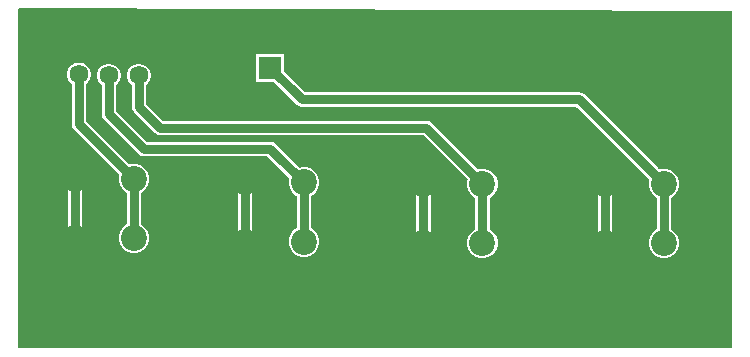
<source format=gtl>
G04*
G04 #@! TF.GenerationSoftware,Altium Limited,Altium Designer,21.7.2 (23)*
G04*
G04 Layer_Physical_Order=1*
G04 Layer_Color=255*
%FSLAX25Y25*%
%MOIN*%
G70*
G04*
G04 #@! TF.SameCoordinates,8D50E169-6EBF-4F53-8ABA-2A95F56EF69C*
G04*
G04*
G04 #@! TF.FilePolarity,Positive*
G04*
G01*
G75*
%ADD18C,0.03150*%
%ADD19C,0.12598*%
%ADD20R,0.07677X0.07677*%
%ADD21C,0.07677*%
%ADD22R,0.06260X0.06260*%
%ADD23C,0.06260*%
%ADD24C,0.08661*%
%ADD25C,0.02756*%
G36*
X339500Y497500D02*
Y385000D01*
X101500D01*
Y498146D01*
X101854Y498498D01*
X339500Y497500D01*
D02*
G37*
%LPC*%
G36*
X120500Y443909D02*
X119578Y443725D01*
X118797Y443203D01*
X118275Y442422D01*
X118091Y441500D01*
Y421815D01*
X118275Y420893D01*
X118797Y420112D01*
X119578Y419590D01*
X120500Y419407D01*
X121422Y419590D01*
X122203Y420112D01*
X122725Y420893D01*
X122908Y421815D01*
Y441500D01*
X122725Y442422D01*
X122203Y443203D01*
X121422Y443725D01*
X120500Y443909D01*
D02*
G37*
G36*
X177157Y442751D02*
X176236Y442568D01*
X175454Y442046D01*
X174932Y441264D01*
X174749Y440343D01*
Y420657D01*
X174932Y419736D01*
X175454Y418954D01*
X176236Y418432D01*
X177157Y418249D01*
X178079Y418432D01*
X178860Y418954D01*
X179383Y419736D01*
X179566Y420657D01*
Y440343D01*
X179383Y441264D01*
X178860Y442046D01*
X178079Y442568D01*
X177157Y442751D01*
D02*
G37*
G36*
X297158Y442251D02*
X296236Y442068D01*
X295454Y441546D01*
X294932Y440764D01*
X294749Y439843D01*
Y420157D01*
X294932Y419236D01*
X295454Y418454D01*
X296236Y417932D01*
X297158Y417749D01*
X298079Y417932D01*
X298861Y418454D01*
X299383Y419236D01*
X299566Y420157D01*
Y439843D01*
X299383Y440764D01*
X298861Y441546D01*
X298079Y442068D01*
X297158Y442251D01*
D02*
G37*
G36*
X236658D02*
X235736Y442068D01*
X234954Y441546D01*
X234432Y440764D01*
X234249Y439843D01*
Y420157D01*
X234432Y419236D01*
X234954Y418454D01*
X235736Y417932D01*
X236658Y417749D01*
X237579Y417932D01*
X238361Y418454D01*
X238883Y419236D01*
X239066Y420157D01*
Y439843D01*
X238883Y440764D01*
X238361Y441546D01*
X237579Y442068D01*
X236658Y442251D01*
D02*
G37*
G36*
X122360Y480311D02*
X121329D01*
X120332Y480044D01*
X119439Y479528D01*
X118710Y478799D01*
X118194Y477906D01*
X117927Y476909D01*
Y475878D01*
X118194Y474882D01*
X118710Y473988D01*
X119436Y473262D01*
Y459841D01*
X119619Y458919D01*
X120141Y458138D01*
X135286Y442993D01*
X135067Y442174D01*
Y440826D01*
X135416Y439525D01*
X136090Y438357D01*
X137042Y437404D01*
X137777Y436981D01*
Y426334D01*
X137042Y425911D01*
X136090Y424958D01*
X135416Y423791D01*
X135067Y422489D01*
Y421141D01*
X135416Y419839D01*
X136090Y418672D01*
X137042Y417720D01*
X138209Y417046D01*
X139511Y416697D01*
X140859D01*
X142161Y417046D01*
X143328Y417720D01*
X144281Y418672D01*
X144954Y419839D01*
X145303Y421141D01*
Y422489D01*
X144954Y423791D01*
X144281Y424958D01*
X143328Y425911D01*
X142594Y426334D01*
Y436981D01*
X143328Y437404D01*
X144281Y438357D01*
X144954Y439525D01*
X145303Y440826D01*
Y442174D01*
X144954Y443475D01*
X144281Y444643D01*
X143328Y445596D01*
X142161Y446269D01*
X140859Y446618D01*
X139511D01*
X138692Y446399D01*
X124253Y460838D01*
Y473262D01*
X124979Y473988D01*
X125495Y474882D01*
X125762Y475878D01*
Y476909D01*
X125495Y477906D01*
X124979Y478799D01*
X124250Y479528D01*
X123356Y480044D01*
X122360Y480311D01*
D02*
G37*
G36*
X132360Y479917D02*
X131329D01*
X130332Y479650D01*
X129439Y479135D01*
X128710Y478405D01*
X128194Y477512D01*
X127927Y476516D01*
Y475484D01*
X128194Y474488D01*
X128710Y473595D01*
X129436Y472869D01*
Y463156D01*
X129619Y462234D01*
X130141Y461452D01*
X141797Y449797D01*
X142578Y449275D01*
X143500Y449091D01*
X184687D01*
X191944Y441835D01*
X191724Y441016D01*
Y439669D01*
X192073Y438367D01*
X192747Y437200D01*
X193700Y436247D01*
X194434Y435823D01*
Y425177D01*
X193700Y424753D01*
X192747Y423800D01*
X192073Y422633D01*
X191724Y421331D01*
Y419984D01*
X192073Y418682D01*
X192747Y417515D01*
X193700Y416562D01*
X194867Y415888D01*
X196169Y415539D01*
X197516D01*
X198818Y415888D01*
X199985Y416562D01*
X200938Y417515D01*
X201612Y418682D01*
X201961Y419984D01*
Y421331D01*
X201612Y422633D01*
X200938Y423800D01*
X199985Y424753D01*
X199251Y425177D01*
Y435823D01*
X199985Y436247D01*
X200938Y437200D01*
X201612Y438367D01*
X201961Y439669D01*
Y441016D01*
X201612Y442318D01*
X200938Y443485D01*
X199985Y444438D01*
X198818Y445112D01*
X197516Y445461D01*
X196169D01*
X195350Y445241D01*
X187388Y453203D01*
X186607Y453725D01*
X185685Y453908D01*
X144498D01*
X134253Y464153D01*
Y472869D01*
X134979Y473595D01*
X135495Y474488D01*
X135762Y475484D01*
Y476516D01*
X135495Y477512D01*
X134979Y478405D01*
X134250Y479135D01*
X133356Y479650D01*
X132360Y479917D01*
D02*
G37*
G36*
X190284Y483126D02*
X181032D01*
Y473874D01*
X186877D01*
X194454Y466297D01*
X195236Y465775D01*
X196158Y465591D01*
X287687D01*
X311944Y441335D01*
X311724Y440516D01*
Y439169D01*
X312073Y437867D01*
X312747Y436700D01*
X313700Y435747D01*
X314434Y435323D01*
Y424677D01*
X313700Y424253D01*
X312747Y423300D01*
X312073Y422133D01*
X311724Y420831D01*
Y419484D01*
X312073Y418182D01*
X312747Y417015D01*
X313700Y416062D01*
X314867Y415388D01*
X316169Y415039D01*
X317516D01*
X318818Y415388D01*
X319985Y416062D01*
X320938Y417015D01*
X321612Y418182D01*
X321961Y419484D01*
Y420831D01*
X321612Y422133D01*
X320938Y423300D01*
X319985Y424253D01*
X319251Y424677D01*
Y435323D01*
X319985Y435747D01*
X320938Y436700D01*
X321612Y437867D01*
X321961Y439169D01*
Y440516D01*
X321612Y441818D01*
X320938Y442985D01*
X319985Y443938D01*
X318818Y444612D01*
X317516Y444961D01*
X316169D01*
X315350Y444741D01*
X290388Y469703D01*
X289607Y470225D01*
X288685Y470408D01*
X197155D01*
X190284Y477280D01*
Y483126D01*
D02*
G37*
G36*
X142360Y479917D02*
X141329D01*
X140332Y479650D01*
X139439Y479135D01*
X138710Y478405D01*
X138194Y477512D01*
X137927Y476516D01*
Y475484D01*
X138194Y474488D01*
X138710Y473595D01*
X139436Y472869D01*
Y465656D01*
X139619Y464734D01*
X140141Y463952D01*
X147297Y456797D01*
X148078Y456275D01*
X149000Y456091D01*
X236687D01*
X251444Y441335D01*
X251224Y440516D01*
Y439169D01*
X251573Y437867D01*
X252247Y436700D01*
X253200Y435747D01*
X253934Y435323D01*
Y424677D01*
X253200Y424253D01*
X252247Y423300D01*
X251573Y422133D01*
X251224Y420831D01*
Y419484D01*
X251573Y418182D01*
X252247Y417015D01*
X253200Y416062D01*
X254367Y415388D01*
X255669Y415039D01*
X257016D01*
X258318Y415388D01*
X259485Y416062D01*
X260438Y417015D01*
X261112Y418182D01*
X261461Y419484D01*
Y420831D01*
X261112Y422133D01*
X260438Y423300D01*
X259485Y424253D01*
X258751Y424677D01*
Y435323D01*
X259485Y435747D01*
X260438Y436700D01*
X261112Y437867D01*
X261461Y439169D01*
Y440516D01*
X261112Y441818D01*
X260438Y442985D01*
X259485Y443938D01*
X258318Y444612D01*
X257016Y444961D01*
X255669D01*
X254850Y444741D01*
X239388Y460203D01*
X238607Y460725D01*
X237685Y460909D01*
X149998D01*
X144253Y466653D01*
Y472869D01*
X144979Y473595D01*
X145495Y474488D01*
X145762Y475484D01*
Y476516D01*
X145495Y477512D01*
X144979Y478405D01*
X144250Y479135D01*
X143357Y479650D01*
X142360Y479917D01*
D02*
G37*
%LPD*%
D18*
X297158Y420157D02*
Y439843D01*
X185658Y478500D02*
X196158Y468000D01*
X288685D01*
X316843Y439843D01*
Y420157D02*
Y439843D01*
X237685Y458500D02*
X256343Y439843D01*
X149000Y458500D02*
X237685D01*
X236658Y420157D02*
Y439843D01*
X256343Y420157D02*
Y439843D01*
X120500Y421815D02*
Y441500D01*
X177157Y420657D02*
Y440343D01*
X196843Y420657D02*
Y440343D01*
X140185Y421815D02*
Y441500D01*
X141844Y465656D02*
Y476000D01*
Y465656D02*
X149000Y458500D01*
X131844Y463156D02*
X143500Y451500D01*
X131844Y463156D02*
Y476000D01*
X185685Y451500D02*
X196843Y440343D01*
X143500Y451500D02*
X185685D01*
X121844Y459841D02*
Y476394D01*
Y459841D02*
X140185Y441500D01*
D19*
X331500Y490500D02*
D03*
X331000Y393000D02*
D03*
X110000Y491500D02*
D03*
D20*
X185658Y478500D02*
D03*
D21*
X205343D02*
D03*
D22*
X151845Y476000D02*
D03*
D23*
X141844D02*
D03*
X131844D02*
D03*
X121844Y476394D02*
D03*
D24*
X316843Y439843D02*
D03*
Y420157D02*
D03*
X297158D02*
D03*
Y439843D02*
D03*
X140185Y441500D02*
D03*
Y421815D02*
D03*
X120500D02*
D03*
Y441500D02*
D03*
X196843Y440343D02*
D03*
Y420657D02*
D03*
X177157D02*
D03*
Y440343D02*
D03*
X256343Y439843D02*
D03*
Y420157D02*
D03*
X236658D02*
D03*
Y439843D02*
D03*
D25*
X314961Y472441D02*
D03*
X334646Y433071D02*
D03*
X314961Y393701D02*
D03*
X275591Y472441D02*
D03*
Y393701D02*
D03*
X236221Y472441D02*
D03*
Y393701D02*
D03*
X216535Y433071D02*
D03*
X196850Y393701D02*
D03*
X157480Y472441D02*
D03*
Y393701D02*
D03*
X118110D02*
D03*
M02*

</source>
